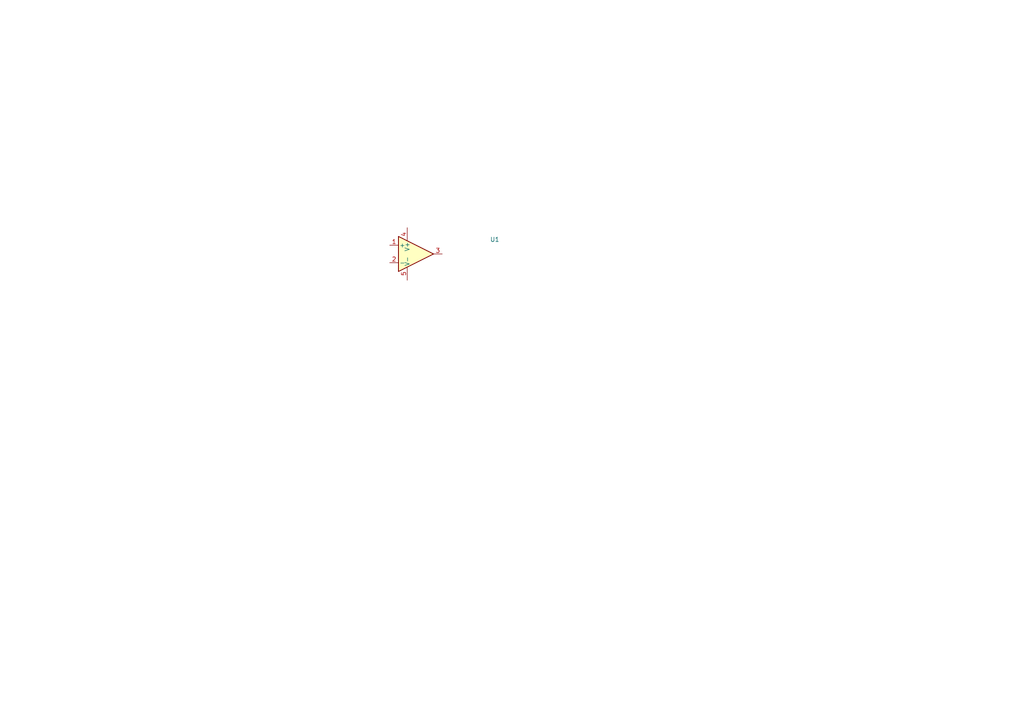
<source format=kicad_sch>
(kicad_sch (version 20230121) (generator eeschema)
  (paper "A4")
  (lib_symbols
    (symbol "Simulation_SPICE:OPAMP" (pin_names (offset 0.254))
      (property "Reference" "U" (at 3.81 3.175 0))
      (property "Value" "${SIM.PARAMS}" (at 3.81 -3.175 0))
      (symbol "OPAMP_0_1"
        (polyline (pts (xy 5.08 0) (xy -5.08 5.08) (xy -5.08 -5.08) (xy 5.08 0)) (stroke (width 0.254)) (fill (type background)))
      )
      (symbol "OPAMP_1_1"
        (pin input line (at -7.62 2.54 0) (length 2.54) (name "+") (number "1"))
        (pin input line (at -7.62 -2.54 0) (length 2.54) (name "-") (number "2"))
        (pin output line (at 7.62 0 180) (length 2.54) (name "~") (number "3"))
        (pin power_in line (at -2.54 7.62 270) (length 3.81) (name "V+") (number "4"))
        (pin power_in line (at -2.54 -7.62 90) (length 3.81) (name "V-") (number "5"))
      )
    )
  )
  (symbol (lib_id "Simulation_SPICE:OPAMP") (at 120.65 73.66 0) (unit 1)
    (property "Reference" "U1" (at 143.51 69.4691 0))
    (property "Value" "${SIM.PARAMS}" (at 143.51 72.0091 0))
    (property "Sim.Pins" "1=LO 2=HO 3=COM 4=LIN 5=HIN" (effects hide))
    (property "Sim.Device" "SUBCKT" (effects hide))
    (property "Sim.Library" "IR2101.lib" (effects hide))
    (property "Sim.Name" "IR2101" (effects hide))
  )
)
</source>
